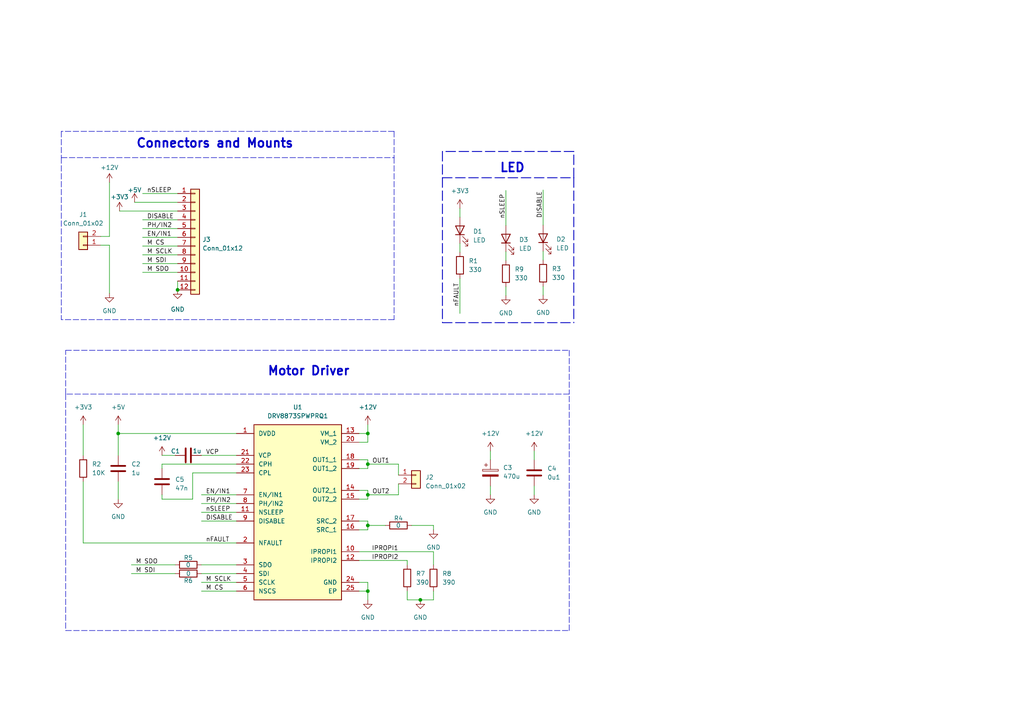
<source format=kicad_sch>
(kicad_sch (version 20230121) (generator eeschema)
  (paper "A4")
  (title_block (title "Test PCB For Sentinels Robotics") (date "2023-11-29") (rev "1") (company "Sentinels Robotics") (comment 1 "Designer:Vincent Cayadi"))
  (lib_symbols
    (symbol "Connector_Generic:Conn_01x02" (pin_names (offset 1.016) hide)
      (property "Reference" "J" (at 0 2.54 0))
      (property "Value" "Conn_01x02" (at 0 -5.08 0))
      (symbol "Conn_01x02_1_1"
        (rectangle (start -1.27 -2.413) (end 0 -2.667) (stroke (width 0.1524)))
        (rectangle (start -1.27 0.127) (end 0 -0.127) (stroke (width 0.1524)))
        (rectangle (start -1.27 1.27) (end 1.27 -3.81) (stroke (width 0.254)) (fill (type background)))
        (pin passive line (at -5.08 0 0) (length 3.81) (name "Pin_1") (number "1"))
        (pin passive line (at -5.08 -2.54 0) (length 3.81) (name "Pin_2") (number "2"))
      )
    )
    (symbol "Connector_Generic:Conn_01x12" (pin_names (offset 1.016) hide)
      (property "Reference" "J" (at 0 15.24 0))
      (property "Value" "Conn_01x12" (at 0 -17.78 0))
      (symbol "Conn_01x12_1_1"
        (rectangle (start -1.27 -15.113) (end 0 -15.367) (stroke (width 0.1524)))
        (rectangle (start -1.27 -12.573) (end 0 -12.827) (stroke (width 0.1524)))
        (rectangle (start -1.27 -10.033) (end 0 -10.287) (stroke (width 0.1524)))
        (rectangle (start -1.27 -7.493) (end 0 -7.747) (stroke (width 0.1524)))
        (rectangle (start -1.27 -4.953) (end 0 -5.207) (stroke (width 0.1524)))
        (rectangle (start -1.27 -2.413) (end 0 -2.667) (stroke (width 0.1524)))
        (rectangle (start -1.27 0.127) (end 0 -0.127) (stroke (width 0.1524)))
        (rectangle (start -1.27 2.667) (end 0 2.413) (stroke (width 0.1524)))
        (rectangle (start -1.27 5.207) (end 0 4.953) (stroke (width 0.1524)))
        (rectangle (start -1.27 7.747) (end 0 7.493) (stroke (width 0.1524)))
        (rectangle (start -1.27 10.287) (end 0 10.033) (stroke (width 0.1524)))
        (rectangle (start -1.27 12.827) (end 0 12.573) (stroke (width 0.1524)))
        (rectangle (start -1.27 13.97) (end 1.27 -16.51) (stroke (width 0.254)) (fill (type background)))
        (pin passive line (at -5.08 12.7 0) (length 3.81) (name "Pin_1") (number "1"))
        (pin passive line (at -5.08 -10.16 0) (length 3.81) (name "Pin_10") (number "10"))
        (pin passive line (at -5.08 -12.7 0) (length 3.81) (name "Pin_11") (number "11"))
        (pin passive line (at -5.08 -15.24 0) (length 3.81) (name "Pin_12") (number "12"))
        (pin passive line (at -5.08 10.16 0) (length 3.81) (name "Pin_2") (number "2"))
        (pin passive line (at -5.08 7.62 0) (length 3.81) (name "Pin_3") (number "3"))
        (pin passive line (at -5.08 5.08 0) (length 3.81) (name "Pin_4") (number "4"))
        (pin passive line (at -5.08 2.54 0) (length 3.81) (name "Pin_5") (number "5"))
        (pin passive line (at -5.08 0 0) (length 3.81) (name "Pin_6") (number "6"))
        (pin passive line (at -5.08 -2.54 0) (length 3.81) (name "Pin_7") (number "7"))
        (pin passive line (at -5.08 -5.08 0) (length 3.81) (name "Pin_8") (number "8"))
        (pin passive line (at -5.08 -7.62 0) (length 3.81) (name "Pin_9") (number "9"))
      )
    )
    (symbol "Device:C" (pin_numbers hide) (pin_names (offset 0.254))
      (property "Reference" "C" (at 0.635 2.54 0))
      (property "Value" "C" (at 0.635 -2.54 0))
      (symbol "C_0_1"
        (polyline (pts (xy -2.032 -0.762) (xy 2.032 -0.762)) (stroke (width 0.508)))
        (polyline (pts (xy -2.032 0.762) (xy 2.032 0.762)) (stroke (width 0.508)))
      )
      (symbol "C_1_1"
        (pin passive line (at 0 3.81 270) (length 2.794) (name "~") (number "1"))
        (pin passive line (at 0 -3.81 90) (length 2.794) (name "~") (number "2"))
      )
    )
    (symbol "Device:C_Polarized" (pin_numbers hide) (pin_names (offset 0.254))
      (property "Reference" "C" (at 0.635 2.54 0))
      (property "Value" "C_Polarized" (at 0.635 -2.54 0))
      (symbol "C_Polarized_0_1"
        (rectangle (start -2.286 0.508) (end 2.286 1.016))
        (polyline (pts (xy -1.778 2.286) (xy -0.762 2.286)))
        (polyline (pts (xy -1.27 2.794) (xy -1.27 1.778)))
        (rectangle (start 2.286 -0.508) (end -2.286 -1.016) (fill (type outline)))
      )
      (symbol "C_Polarized_1_1"
        (pin passive line (at 0 3.81 270) (length 2.794) (name "~") (number "1"))
        (pin passive line (at 0 -3.81 90) (length 2.794) (name "~") (number "2"))
      )
    )
    (symbol "Device:LED" (pin_numbers hide) (pin_names (offset 1.016) hide)
      (property "Reference" "D" (at 0 2.54 0))
      (property "Value" "LED" (at 0 -2.54 0))
      (symbol "LED_0_1"
        (polyline (pts (xy -1.27 -1.27) (xy -1.27 1.27)) (stroke (width 0.254)))
        (polyline (pts (xy -1.27 0) (xy 1.27 0)))
        (polyline (pts (xy 1.27 -1.27) (xy 1.27 1.27) (xy -1.27 0) (xy 1.27 -1.27)) (stroke (width 0.254)))
        (polyline (pts (xy -3.048 -0.762) (xy -4.572 -2.286) (xy -3.81 -2.286) (xy -4.572 -2.286) (xy -4.572 -1.524)))
        (polyline (pts (xy -1.778 -0.762) (xy -3.302 -2.286) (xy -2.54 -2.286) (xy -3.302 -2.286) (xy -3.302 -1.524)))
      )
      (symbol "LED_1_1"
        (pin passive line (at -3.81 0 0) (length 2.54) (name "K") (number "1"))
        (pin passive line (at 3.81 0 180) (length 2.54) (name "A") (number "2"))
      )
    )
    (symbol "Device:R" (pin_numbers hide) (pin_names (offset 0))
      (property "Reference" "R" (at 2.032 0 90))
      (property "Value" "R" (at 0 0 90))
      (symbol "R_0_1"
        (rectangle (start -1.016 -2.54) (end 1.016 2.54) (stroke (width 0.254)))
      )
      (symbol "R_1_1"
        (pin passive line (at 0 3.81 270) (length 1.27) (name "~") (number "1"))
        (pin passive line (at 0 -3.81 90) (length 1.27) (name "~") (number "2"))
      )
    )
    (symbol "power:+12V" (power) (pin_names (offset 0))
      (property "Value" "+12V" (at 0 3.556 0))
      (symbol "+12V_0_1"
        (polyline (pts (xy -0.762 1.27) (xy 0 2.54)))
        (polyline (pts (xy 0 0) (xy 0 2.54)))
        (polyline (pts (xy 0 2.54) (xy 0.762 1.27)))
      )
      (symbol "+12V_1_1"
        (pin power_in line (at 0 0 90) (length 0) hide (name "+12V") (number "1"))
      )
    )
    (symbol "power:+3V3" (power) (pin_names (offset 0))
      (property "Value" "+3V3" (at 0 3.556 0))
      (symbol "+3V3_0_1"
        (polyline (pts (xy -0.762 1.27) (xy 0 2.54)))
        (polyline (pts (xy 0 0) (xy 0 2.54)))
        (polyline (pts (xy 0 2.54) (xy 0.762 1.27)))
      )
      (symbol "+3V3_1_1"
        (pin power_in line (at 0 0 90) (length 0) hide (name "+3V3") (number "1"))
      )
    )
    (symbol "power:+5V" (power) (pin_names (offset 0))
      (property "Value" "+5V" (at 0 3.556 0))
      (symbol "+5V_0_1"
        (polyline (pts (xy -0.762 1.27) (xy 0 2.54)))
        (polyline (pts (xy 0 0) (xy 0 2.54)))
        (polyline (pts (xy 0 2.54) (xy 0.762 1.27)))
      )
      (symbol "+5V_1_1"
        (pin power_in line (at 0 0 90) (length 0) hide (name "+5V") (number "1"))
      )
    )
    (symbol "power:GND" (power) (pin_names (offset 0))
      (property "Value" "GND" (at 0 -3.81 0))
      (symbol "GND_0_1"
        (polyline (pts (xy 0 0) (xy 0 -1.27) (xy 1.27 -1.27) (xy 0 -2.54) (xy -1.27 -1.27) (xy 0 -1.27)))
      )
      (symbol "GND_1_1"
        (pin power_in line (at 0 0 270) (length 0) hide (name "GND") (number "1"))
      )
    )
    (symbol "vincent:DRV8873SPWPRQ1" (pin_names (offset 1.27))
      (property "Reference" "U?" (at 19.05 -1.27 0))
      (property "Value" "DRV8873SPWPRQ1" (at 19.05 -3.81 0))
      (symbol "DRV8873SPWPRQ1_1_1"
        (rectangle (start 6.35 -6.35) (end 31.75 -57.15) (stroke (width 0.254)) (fill (type background)))
        (pin passive line (at 1.27 -8.89 0) (length 5.08) (name "DVDD") (number "1"))
        (pin passive line (at 36.83 -43.18 180) (length 5.08) (name "IPROPI1") (number "10"))
        (pin passive line (at 1.27 -31.75 0) (length 5.08) (name "NSLEEP") (number "11"))
        (pin passive line (at 36.83 -45.72 180) (length 5.08) (name "IPROPI2") (number "12"))
        (pin passive line (at 36.83 -8.89 180) (length 5.08) (name "VM_1") (number "13"))
        (pin passive line (at 36.83 -25.4 180) (length 5.08) (name "OUT2_1") (number "14"))
        (pin passive line (at 36.83 -27.94 180) (length 5.08) (name "OUT2_2") (number "15"))
        (pin passive line (at 36.83 -36.83 180) (length 5.08) (name "SRC_1") (number "16"))
        (pin passive line (at 36.83 -34.29 180) (length 5.08) (name "SRC_2") (number "17"))
        (pin passive line (at 36.83 -16.51 180) (length 5.08) (name "OUT1_1") (number "18"))
        (pin passive line (at 36.83 -19.05 180) (length 5.08) (name "OUT1_2") (number "19"))
        (pin passive line (at 1.27 -40.64 0) (length 5.08) (name "NFAULT") (number "2"))
        (pin passive line (at 36.83 -11.43 180) (length 5.08) (name "VM_2") (number "20"))
        (pin passive line (at 1.27 -15.24 0) (length 5.08) (name "VCP") (number "21"))
        (pin passive line (at 1.27 -17.78 0) (length 5.08) (name "CPH") (number "22"))
        (pin passive line (at 1.27 -20.32 0) (length 5.08) (name "CPL") (number "23"))
        (pin passive line (at 36.83 -52.07 180) (length 5.08) (name "GND") (number "24"))
        (pin passive line (at 36.83 -54.61 180) (length 5.08) (name "EP") (number "25"))
        (pin passive line (at 1.27 -46.99 0) (length 5.08) (name "SDO") (number "3"))
        (pin passive line (at 1.27 -49.53 0) (length 5.08) (name "SDI") (number "4"))
        (pin passive line (at 1.27 -52.07 0) (length 5.08) (name "SCLK") (number "5"))
        (pin passive line (at 1.27 -54.61 0) (length 5.08) (name "NSCS") (number "6"))
        (pin passive line (at 1.27 -26.67 0) (length 5.08) (name "EN/IN1") (number "7"))
        (pin passive line (at 1.27 -29.21 0) (length 5.08) (name "PH/IN2") (number "8"))
        (pin passive line (at 1.27 -34.29 0) (length 5.08) (name "DISABLE") (number "9"))
      )
    )
  )
  (junction (at 34.29 125.73))
  (junction (at 106.68 152.4))
  (junction (at 106.68 171.45))
  (junction (at 106.68 143.51))
  (junction (at 106.68 134.62))
  (junction (at 51.5141 84.0727))
  (junction (at 121.92 173.99))
  (junction (at 106.68 125.73))
  (wire (pts (xy 133.3969 70.6027) (xy 133.3969 73.1427)))
  (wire (pts (xy 41.3541 63.7527) (xy 51.5141 63.7527)))
  (wire (pts (xy 118.11 173.99) (xy 121.92 173.99)))
  (wire (pts (xy 106.68 144.78) (xy 106.68 143.51)))
  (wire (pts (xy 38.1 163.83) (xy 50.8 163.83)))
  (wire (pts (xy 58.42 168.91) (xy 68.58 168.91)))
  (polyline (pts (xy 165.1 101.6) (xy 165.1 114.3)) (stroke (width 0) (type dash)))
  (wire (pts (xy 104.14 151.13) (xy 106.68 151.13)))
  (polyline (pts (xy 114.3 38.1) (xy 114.3 45.72)) (stroke (width 0) (type dash)))
  (wire (pts (xy 58.42 151.13) (xy 68.58 151.13)))
  (polyline (pts (xy 128.3169 51.5527) (xy 166.4169 51.5527)) (stroke (width 0.254) (type dash)))
  (wire (pts (xy 118.11 162.56) (xy 118.11 163.83)))
  (wire (pts (xy 55.88 137.16) (xy 55.88 144.78)))
  (wire (pts (xy 34.6713 61.2127) (xy 51.5141 61.2127)))
  (wire (pts (xy 58.42 166.37) (xy 68.58 166.37)))
  (polyline (pts (xy 19.05 182.88) (xy 165.1 182.88)) (stroke (width 0) (type dash)))
  (wire (pts (xy 41.3541 73.9127) (xy 51.5141 73.9127)))
  (wire (pts (xy 41.3541 76.4527) (xy 51.5141 76.4527)))
  (wire (pts (xy 104.14 128.27) (xy 106.68 128.27)))
  (wire (pts (xy 50.8 132.08) (xy 46.99 132.08)))
  (wire (pts (xy 24.13 123.19) (xy 24.13 132.08)))
  (wire (pts (xy 106.68 152.4) (xy 111.76 152.4)))
  (wire (pts (xy 58.42 163.83) (xy 68.58 163.83)))
  (wire (pts (xy 125.73 171.45) (xy 125.73 173.99)))
  (wire (pts (xy 146.7319 65.3957) (xy 146.7319 55.2357)))
  (wire (pts (xy 115.57 140.335) (xy 115.57 143.51)))
  (wire (pts (xy 106.68 134.62) (xy 106.68 133.35)))
  (polyline (pts (xy 17.78 38.1) (xy 17.78 45.72)) (stroke (width 0) (type dash)))
  (polyline (pts (xy 19.05 101.6) (xy 165.1 101.6)) (stroke (width 0) (type dash)))
  (wire (pts (xy 118.11 171.45) (xy 118.11 173.99)))
  (polyline (pts (xy 114.3 92.71) (xy 17.78 92.71)) (stroke (width 0) (type dash)))
  (wire (pts (xy 41.3541 68.8327) (xy 51.5141 68.8327)))
  (wire (pts (xy 121.92 173.99) (xy 125.73 173.99)))
  (wire (pts (xy 39.0316 58.6727) (xy 51.5141 58.6727)))
  (wire (pts (xy 106.68 143.51) (xy 115.57 143.51)))
  (wire (pts (xy 68.58 137.16) (xy 55.88 137.16)))
  (wire (pts (xy 106.68 168.91) (xy 106.68 171.45)))
  (polyline (pts (xy 166.4169 43.9327) (xy 128.3169 43.9327)) (stroke (width 0.254) (type dash)))
  (polyline (pts (xy 128.3169 93.5897) (xy 166.4169 93.5897)) (stroke (width 0.254) (type dash)))
  (wire (pts (xy 133.3969 80.7627) (xy 133.3969 90.9227)))
  (wire (pts (xy 125.73 152.4) (xy 125.73 153.67)))
  (wire (pts (xy 106.68 125.73) (xy 106.68 128.27)))
  (polyline (pts (xy 166.4169 51.5527) (xy 166.4169 43.9327)) (stroke (width 0.254) (type dash)))
  (wire (pts (xy 106.68 135.89) (xy 106.68 134.62)))
  (wire (pts (xy 142.24 143.51) (xy 142.24 140.97)))
  (wire (pts (xy 106.68 123.19) (xy 106.68 125.73)))
  (wire (pts (xy 154.94 130.81) (xy 154.94 133.35)))
  (wire (pts (xy 46.99 134.62) (xy 68.58 134.62)))
  (wire (pts (xy 46.99 135.89) (xy 46.99 134.62)))
  (wire (pts (xy 34.29 125.73) (xy 34.29 132.08)))
  (wire (pts (xy 157.5269 85.5887) (xy 157.5269 83.0487)))
  (wire (pts (xy 34.29 125.73) (xy 68.58 125.73)))
  (wire (pts (xy 115.57 134.62) (xy 115.57 137.795)))
  (wire (pts (xy 24.13 157.48) (xy 68.58 157.48)))
  (wire (pts (xy 125.73 160.02) (xy 125.73 163.83)))
  (wire (pts (xy 46.99 143.51) (xy 46.99 144.78)))
  (wire (pts (xy 41.3541 78.9927) (xy 51.5141 78.9927)))
  (polyline (pts (xy 128.3169 43.9327) (xy 128.3169 51.5527)) (stroke (width 0.254) (type dash)))
  (wire (pts (xy 29.21 68.58) (xy 31.75 68.58)))
  (wire (pts (xy 58.42 148.59) (xy 68.58 148.59)))
  (wire (pts (xy 58.42 171.45) (xy 68.58 171.45)))
  (wire (pts (xy 58.42 146.05) (xy 68.58 146.05)))
  (wire (pts (xy 104.14 133.35) (xy 106.68 133.35)))
  (wire (pts (xy 38.1 166.37) (xy 50.8 166.37)))
  (wire (pts (xy 58.42 132.08) (xy 68.58 132.08)))
  (wire (pts (xy 106.68 134.62) (xy 115.57 134.62)))
  (wire (pts (xy 104.14 168.91) (xy 106.68 168.91)))
  (wire (pts (xy 31.75 52.9111) (xy 31.75 68.58)))
  (wire (pts (xy 31.75 71.12) (xy 31.75 85.09)))
  (wire (pts (xy 104.14 125.73) (xy 106.68 125.73)))
  (wire (pts (xy 157.5269 65.2687) (xy 157.5269 55.1087)))
  (wire (pts (xy 24.13 139.7) (xy 24.13 157.48)))
  (wire (pts (xy 41.3541 71.3727) (xy 51.5141 71.3727)))
  (wire (pts (xy 104.14 135.89) (xy 106.68 135.89)))
  (polyline (pts (xy 165.1 182.88) (xy 165.1 114.3)) (stroke (width 0) (type dash)))
  (polyline (pts (xy 166.4169 51.5527) (xy 166.4169 93.5897)) (stroke (width 0.254) (type dash)))
  (wire (pts (xy 34.29 123.19) (xy 34.29 125.73)))
  (wire (pts (xy 41.3541 66.2927) (xy 51.5141 66.2927)))
  (polyline (pts (xy 17.78 45.72) (xy 114.3 45.72)) (stroke (width 0) (type dash)))
  (wire (pts (xy 29.21 71.12) (xy 31.75 71.12)))
  (wire (pts (xy 142.24 130.81) (xy 142.24 133.35)))
  (wire (pts (xy 106.68 152.4) (xy 106.68 151.13)))
  (polyline (pts (xy 114.3 38.1) (xy 17.78 38.1)) (stroke (width 0) (type dash)))
  (wire (pts (xy 106.68 153.67) (xy 106.68 152.4)))
  (wire (pts (xy 146.7319 85.7157) (xy 146.7319 83.1757)))
  (polyline (pts (xy 165.1 114.3) (xy 19.05 114.3)) (stroke (width 0) (type dash)))
  (wire (pts (xy 146.7319 73.0157) (xy 146.7319 75.5557)))
  (wire (pts (xy 34.29 139.7) (xy 34.29 144.78)))
  (polyline (pts (xy 114.3 45.72) (xy 114.3 92.71)) (stroke (width 0) (type dash)))
  (wire (pts (xy 41.3541 56.1327) (xy 51.5141 56.1327)))
  (wire (pts (xy 58.42 143.51) (xy 68.58 143.51)))
  (wire (pts (xy 157.5269 72.8887) (xy 157.5269 75.4287)))
  (polyline (pts (xy 19.05 114.3) (xy 19.05 182.88)) (stroke (width 0) (type dash)))
  (wire (pts (xy 104.14 160.02) (xy 125.73 160.02)))
  (polyline (pts (xy 128.3169 51.5527) (xy 128.3169 93.4627)) (stroke (width 0.254) (type dash)))
  (wire (pts (xy 104.14 153.67) (xy 106.68 153.67)))
  (wire (pts (xy 104.14 171.45) (xy 106.68 171.45)))
  (wire (pts (xy 119.38 152.4) (xy 125.73 152.4)))
  (wire (pts (xy 55.88 144.78) (xy 46.99 144.78)))
  (wire (pts (xy 104.14 142.24) (xy 106.68 142.24)))
  (wire (pts (xy 104.14 144.78) (xy 106.68 144.78)))
  (wire (pts (xy 106.68 171.45) (xy 106.68 173.99)))
  (wire (pts (xy 51.5141 84.0727) (xy 51.5141 81.5327)))
  (wire (pts (xy 104.14 162.56) (xy 118.11 162.56)))
  (polyline (pts (xy 19.05 114.3) (xy 19.05 101.6)) (stroke (width 0) (type dash)))
  (polyline (pts (xy 17.78 45.72) (xy 17.78 92.71)) (stroke (width 0) (type dash)))
  (wire (pts (xy 106.68 143.51) (xy 106.68 142.24)))
  (wire (pts (xy 154.94 143.51) (xy 154.94 140.97)))
  (wire (pts (xy 133.3969 60.4427) (xy 133.3969 62.9827)))
  (text "Motor Driver" (at 77.47 109.22 0) (effects (font (size 2.54 2.54) (thickness 0.508) bold) (justify left bottom)))
  (text "Connectors and Mounts" (at 39.37 43.18 0) (effects (font (size 2.54 2.54) (thickness 0.508) bold) (justify left bottom)))
  (text "LED" (at 144.8269 50.2827 0) (effects (font (size 2.54 2.54) (thickness 0.508) bold) (justify left bottom)))
  (label "nFAULT" (at 59.69 157.48 0))
  (label "M SCLK" (at 42.6241 73.9127 0))
  (label "DISABLE" (at 42.6241 63.7527 0))
  (label "DISABLE" (at 157.5269 63.2367 90))
  (label "OUT1" (at 107.95 134.62 0))
  (label "M CS" (at 59.69 171.45 0))
  (label "IPROPI1" (at 115.57 160.02 180))
  (label "PH{slash}IN2" (at 42.6241 66.2927 0))
  (label "M SDI" (at 42.6241 76.4527 0))
  (label "M SDI" (at 39.37 166.37 0))
  (label "nFAULT" (at 133.3969 82.0327 270))
  (label "IPROPI2" (at 115.57 162.56 180))
  (label "M SDO" (at 39.37 163.83 0))
  (label "OUT2" (at 107.95 143.51 0))
  (label "nSLEEP" (at 42.6241 56.1327 0))
  (label "M SCLK" (at 59.69 168.91 0))
  (label "VCP" (at 59.69 132.08 0))
  (label "nSLEEP" (at 146.7319 63.3637 90))
  (label "EN{slash}IN1" (at 42.6241 68.8327 0))
  (label "nSLEEP" (at 59.6628 148.59 0))
  (label "M SDO" (at 42.6241 78.9927 0))
  (label "M CS" (at 42.6241 71.3727 0))
  (label "DISABLE" (at 59.69 151.13 0))
  (label "EN{slash}IN1" (at 59.69 143.51 0))
  (label "PH{slash}IN2" (at 59.69 146.05 0))
  (symbol (lib_id "power:+3V3") (at 34.6713 61.2127 0) (unit 1)
    (property "Reference" "#PWR011" (effects hide))
    (property "Value" "+3V3" (at 34.6713 57.1134 0))
  )
  (symbol (lib_id "Device:C") (at 34.29 135.89 0) (mirror y) (unit 1)
    (property "Reference" "C2" (at 38.1 134.6199 0) (effects (justify right)))
    (property "Value" "1u" (at 38.1 137.1599 0) (effects (justify right)))
    (property "Footprint" "test:cap0603" (effects hide))
    (property "LCSC" "C59782" (effects hide))
  )
  (symbol (lib_id "Device:C") (at 154.94 137.16 0) (mirror y) (unit 1)
    (property "Reference" "C4" (at 158.75 135.8899 0) (effects (justify right)))
    (property "Value" "0u1" (at 158.75 138.4299 0) (effects (justify right)))
    (property "Footprint" "test:cap0603" (effects hide))
    (property "LCSC" "C577419" (effects hide))
  )
  (symbol (lib_id "power:+12V") (at 154.94 130.81 0) (unit 1)
    (property "Reference" "#PWR08" (effects hide))
    (property "Value" "+12V" (at 154.94 125.73 0))
  )
  (symbol (lib_id "power:+12V") (at 46.99 132.08 0) (unit 1)
    (property "Reference" "#PWR09" (effects hide))
    (property "Value" "+12V" (at 46.99 127 0))
  )
  (symbol (lib_id "Device:C") (at 46.99 139.7 0) (mirror y) (unit 1)
    (property "Reference" "C5" (at 50.8 139.065 0) (effects (justify right)))
    (property "Value" "47n" (at 50.8 141.605 0) (effects (justify right)))
    (property "Footprint" "test:cap0603" (effects hide))
    (property "LCSC" "C2762284" (effects hide))
  )
  (symbol (lib_id "power:GND") (at 146.7319 85.7157 0) (unit 1)
    (property "Reference" "#PWR020" (effects hide))
    (property "Value" "GND" (at 146.7319 90.7957 0))
  )
  (symbol (lib_id "Device:R") (at 54.61 163.83 270) (unit 1)
    (property "Reference" "R5" (at 54.6112 161.7801 90))
    (property "Value" "0" (at 54.5782 163.8337 90))
    (property "Footprint" "test:res0603" (effects hide))
    (property "LCSC" "C21189" (effects hide))
  )
  (symbol (lib_id "vincent:DRV8873SPWPRQ1") (at 67.31 116.84 0) (unit 1)
    (property "Reference" "U1" (at 86.36 118.11 0))
    (property "Value" "DRV8873SPWPRQ1" (at 86.36 120.65 0))
    (property "Footprint" "test:SOP65P640X120-25N" (effects hide))
    (property "Datasheet" "http://www.ti.com/lit/gpn/drv8873-q1" (effects hide))
    (property "LCSC" "C2150662" (effects hide))
    (property "Height" "1.2" (effects hide))
    (property "Mouser Part Number" "595-DRV8873SPWPRQ1" (effects hide))
    (property "Mouser Price/Stock" "https://www.mouser.co.uk/ProductDetail/Texas-Instruments/DRV8873SPWPRQ1?qs=w%2Fv1CP2dgqqzptMVbPbEvA%3D%3D" (effects hide))
    (property "Manufacturer_Name" "Texas Instruments" (effects hide))
    (property "Manufacturer_Part_Number" "DRV8873SPWPRQ1" (effects hide))
  )
  (symbol (lib_id "Device:R") (at 133.3969 76.9527 0) (unit 1)
    (property "Reference" "R1" (at 135.9369 75.6827 0) (effects (justify left)))
    (property "Value" "330" (at 135.9369 78.2227 0) (effects (justify left)))
    (property "Footprint" "test:res0603" (effects hide))
    (property "LCSC" "C23138" (effects hide))
  )
  (symbol (lib_id "power:+3V3") (at 133.3969 60.4427 0) (unit 1)
    (property "Reference" "#PWR02" (effects hide))
    (property "Value" "+3V3" (at 133.3969 55.3627 0))
  )
  (symbol (lib_id "Device:R") (at 157.5269 79.2387 0) (unit 1)
    (property "Reference" "R3" (at 160.0669 77.9687 0) (effects (justify left)))
    (property "Value" "330" (at 160.0669 80.5087 0) (effects (justify left)))
    (property "Footprint" "test:res0603" (effects hide))
    (property "LCSC" "C23138" (effects hide))
  )
  (symbol (lib_id "power:GND") (at 142.24 143.51 0) (unit 1)
    (property "Reference" "#PWR012" (effects hide))
    (property "Value" "GND" (at 142.24 148.59 0))
  )
  (symbol (lib_id "Device:R") (at 146.7319 79.3657 0) (unit 1)
    (property "Reference" "R9" (at 149.2719 78.0957 0) (effects (justify left)))
    (property "Value" "330" (at 149.2719 80.6357 0) (effects (justify left)))
    (property "Footprint" "test:res0603" (effects hide))
    (property "LCSC" "C23138" (effects hide))
  )
  (symbol (lib_id "Connector_Generic:Conn_01x02") (at 24.13 71.12 180) (unit 1)
    (property "Reference" "J1" (at 24.13 62.23 0))
    (property "Value" "Conn_01x02" (at 24.13 64.77 0))
    (property "Footprint" "test:AMASS_XT60-M" (effects hide))
  )
  (symbol (lib_id "power:+12V") (at 106.68 123.19 0) (unit 1)
    (property "Reference" "#PWR06" (effects hide))
    (property "Value" "+12V" (at 106.68 118.11 0))
  )
  (symbol (lib_id "Device:C_Polarized") (at 142.24 137.16 0) (unit 1)
    (property "Reference" "C3" (at 145.8993 135.636 0) (effects (justify left)))
    (property "Value" "470u" (at 145.8993 138.176 0) (effects (justify left)))
    (property "Footprint" "Capacitor_SMD:CP_Elec_10x10.5" (effects hide))
    (property "LCSC" "C259982" (effects hide))
  )
  (symbol (lib_id "Device:R") (at 54.61 166.37 90) (unit 1)
    (property "Reference" "R6" (at 54.6088 168.4199 90))
    (property "Value" "0" (at 54.6418 166.3663 90))
    (property "Footprint" "test:res0603" (effects hide))
    (property "LCSC" "C21189" (effects hide))
  )
  (symbol (lib_id "power:+12V") (at 31.75 52.9111 0) (unit 1)
    (property "Reference" "#PWR01" (effects hide))
    (property "Value" "+12V" (at 31.75 48.5918 0))
  )
  (symbol (lib_id "power:GND") (at 121.92 173.99 0) (unit 1)
    (property "Reference" "#PWR019" (effects hide))
    (property "Value" "GND" (at 121.92 179.07 0))
  )
  (symbol (lib_id "power:+5V") (at 34.29 123.19 0) (unit 1)
    (property "Reference" "#PWR05" (effects hide))
    (property "Value" "+5V" (at 34.29 118.11 0))
  )
  (symbol (lib_id "Device:R") (at 125.73 167.64 0) (unit 1)
    (property "Reference" "R8" (at 128.27 166.3699 0) (effects (justify left)))
    (property "Value" "390" (at 128.27 168.9099 0) (effects (justify left)))
    (property "Footprint" "test:res0603" (effects hide))
    (property "LCSC" "C23151" (effects hide))
  )
  (symbol (lib_id "power:GND") (at 51.5141 84.0727 0) (unit 1)
    (property "Reference" "#PWR017" (effects hide))
    (property "Value" "GND" (at 51.5141 89.7379 0))
  )
  (symbol (lib_id "power:GND") (at 106.68 173.99 0) (unit 1)
    (property "Reference" "#PWR018" (effects hide))
    (property "Value" "GND" (at 106.68 179.07 0))
  )
  (symbol (lib_id "power:+5V") (at 39.0316 58.6727 0) (unit 1)
    (property "Reference" "#PWR010" (effects hide))
    (property "Value" "+5V" (at 39.0316 55.114 0))
  )
  (symbol (lib_id "Device:R") (at 115.57 152.4 270) (unit 1)
    (property "Reference" "R4" (at 115.5712 150.3501 90))
    (property "Value" "0" (at 115.5382 152.4037 90))
    (property "Footprint" "test:res0603" (effects hide))
    (property "LCSC" "C21189" (effects hide))
  )
  (symbol (lib_id "Device:R") (at 118.11 167.64 0) (unit 1)
    (property "Reference" "R7" (at 120.65 166.3699 0) (effects (justify left)))
    (property "Value" "390" (at 120.65 168.9099 0) (effects (justify left)))
    (property "Footprint" "test:res0603" (effects hide))
    (property "LCSC" "C23151" (effects hide))
  )
  (symbol (lib_id "Connector_Generic:Conn_01x02") (at 120.65 137.795 0) (unit 1)
    (property "Reference" "J2" (at 123.3831 138.43 0) (effects (justify left)))
    (property "Value" "Conn_01x02" (at 123.3831 140.97 0) (effects (justify left)))
    (property "Footprint" "test:AMASS_XT30-F" (effects hide))
  )
  (symbol (lib_id "power:GND") (at 154.94 143.51 0) (unit 1)
    (property "Reference" "#PWR013" (effects hide))
    (property "Value" "GND" (at 154.94 148.59 0))
  )
  (symbol (lib_id "power:GND") (at 157.5269 85.5887 0) (unit 1)
    (property "Reference" "#PWR015" (effects hide))
    (property "Value" "GND" (at 157.5269 90.6687 0))
  )
  (symbol (lib_id "Device:C") (at 54.61 132.08 90) (unit 1)
    (property "Reference" "C1" (at 50.8944 130.858 90))
    (property "Value" "1u" (at 57.15 130.81 90))
    (property "Footprint" "test:cap0603" (effects hide))
    (property "LCSC" "C59782" (effects hide))
  )
  (symbol (lib_id "power:GND") (at 31.75 85.09 0) (unit 1)
    (property "Reference" "#PWR03" (effects hide))
    (property "Value" "GND" (at 31.75 90.17 0))
  )
  (symbol (lib_id "Device:R") (at 24.13 135.89 0) (unit 1)
    (property "Reference" "R2" (at 26.67 134.6199 0) (effects (justify left)))
    (property "Value" "10K" (at 26.67 137.1599 0) (effects (justify left)))
    (property "Footprint" "test:res0603" (effects hide))
    (property "LCSC" "C25804" (effects hide))
  )
  (symbol (lib_id "power:GND") (at 34.29 144.78 0) (unit 1)
    (property "Reference" "#PWR014" (effects hide))
    (property "Value" "GND" (at 34.29 149.86 0))
  )
  (symbol (lib_id "Device:LED") (at 133.3969 66.7927 90) (unit 1)
    (property "Reference" "D1" (at 137.2069 67.1102 90) (effects (justify right)))
    (property "Value" "LED" (at 137.2069 69.6502 90) (effects (justify right)))
    (property "Footprint" "test:led0603" (effects hide))
    (property "LCSC" "C219228" (effects hide))
  )
  (symbol (lib_id "power:+3V3") (at 24.13 123.19 0) (unit 1)
    (property "Reference" "#PWR04" (effects hide))
    (property "Value" "+3V3" (at 24.13 118.11 0))
  )
  (symbol (lib_id "Device:LED") (at 146.7319 69.2057 90) (unit 1)
    (property "Reference" "D3" (at 150.5419 69.5232 90) (effects (justify right)))
    (property "Value" "LED" (at 150.5419 72.0632 90) (effects (justify right)))
    (property "Footprint" "test:led0603" (effects hide))
    (property "LCSC" "C219228" (effects hide))
  )
  (symbol (lib_id "power:+12V") (at 142.24 130.81 0) (unit 1)
    (property "Reference" "#PWR07" (effects hide))
    (property "Value" "+12V" (at 142.24 125.73 0))
  )
  (symbol (lib_id "Device:LED") (at 157.5269 69.0787 90) (unit 1)
    (property "Reference" "D2" (at 161.3369 69.3962 90) (effects (justify right)))
    (property "Value" "LED" (at 161.3369 71.9362 90) (effects (justify right)))
    (property "Footprint" "test:led0603" (effects hide))
    (property "LCSC" "C219228" (effects hide))
  )
  (symbol (lib_id "Connector_Generic:Conn_01x12") (at 56.5941 68.8327 0) (unit 1)
    (property "Reference" "J3" (at 58.7157 69.4677 0) (effects (justify left)))
    (property "Value" "Conn_01x12" (at 58.7157 72.0077 0) (effects (justify left)))
    (property "Footprint" "Connector_PinSocket_2.54mm:PinSocket_1x12_P2.54mm_Vertical" (effects hide))
  )
  (symbol (lib_id "power:GND") (at 125.73 153.67 0) (unit 1)
    (property "Reference" "#PWR016" (effects hide))
    (property "Value" "GND" (at 125.73 158.75 0))
  )
)
</source>
